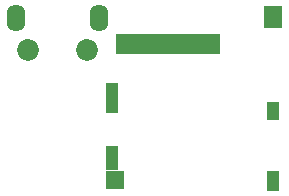
<source format=gbr>
G04 #@! TF.GenerationSoftware,KiCad,Pcbnew,5.0.0-fee4fd1~66~ubuntu16.04.1*
G04 #@! TF.CreationDate,2019-02-25T08:40:39-05:00*
G04 #@! TF.ProjectId,circuit,636972637569742E6B696361645F7063,rev?*
G04 #@! TF.SameCoordinates,Original*
G04 #@! TF.FileFunction,Soldermask,Bot*
G04 #@! TF.FilePolarity,Negative*
%FSLAX46Y46*%
G04 Gerber Fmt 4.6, Leading zero omitted, Abs format (unit mm)*
G04 Created by KiCad (PCBNEW 5.0.0-fee4fd1~66~ubuntu16.04.1) date Mon Feb 25 08:40:39 2019*
%MOMM*%
%LPD*%
G01*
G04 APERTURE LIST*
%ADD10R,1.200000X1.800000*%
%ADD11R,1.560000X1.900000*%
%ADD12R,1.000000X1.550000*%
%ADD13R,1.050000X1.700000*%
%ADD14R,1.550000X0.850000*%
%ADD15R,1.050000X2.000000*%
%ADD16R,1.050000X2.540000*%
%ADD17O,1.600000X2.300000*%
%ADD18C,1.850000*%
G04 APERTURE END LIST*
D10*
G04 #@! TO.C,SD1*
X198141660Y-78281300D03*
X199241660Y-78281300D03*
X200341660Y-78281300D03*
X201441660Y-78281300D03*
X202541660Y-78281300D03*
X197041660Y-78281300D03*
X195941660Y-78281300D03*
X194841660Y-78281300D03*
D11*
X207561660Y-75981300D03*
D12*
X207561660Y-83956300D03*
D13*
X207586660Y-89881300D03*
D14*
X194201660Y-90106300D03*
D15*
X193961660Y-87941300D03*
D16*
X193961660Y-82861300D03*
D14*
X194201660Y-89446300D03*
G04 #@! TD*
D17*
G04 #@! TO.C,J5*
X185849380Y-76083680D03*
X192849380Y-76083680D03*
D18*
X186849380Y-78783680D03*
X191849380Y-78783680D03*
G04 #@! TD*
M02*

</source>
